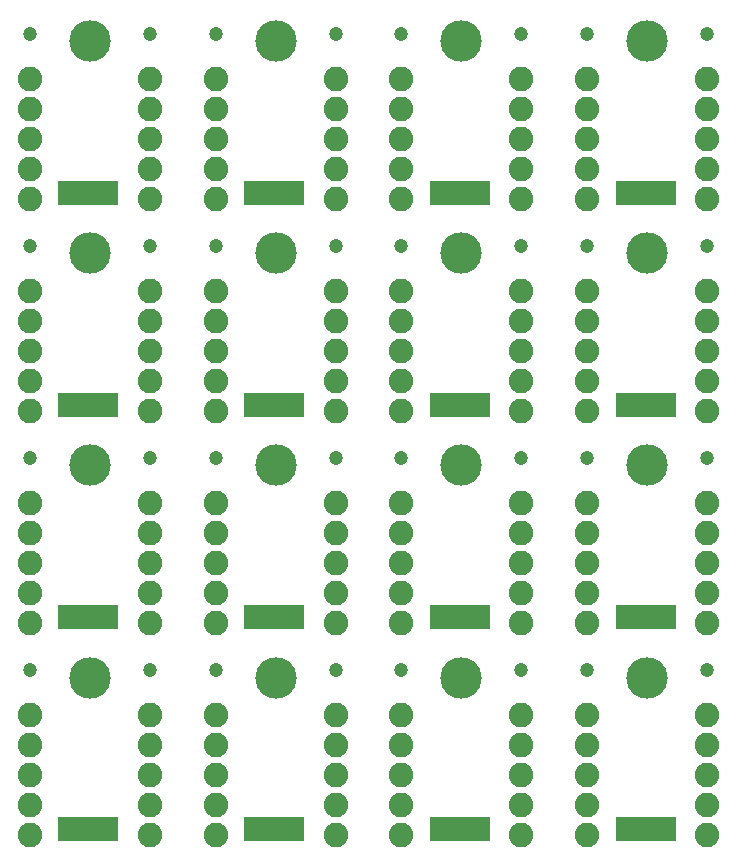
<source format=gbs>
G75*
%MOIN*%
%OFA0B0*%
%FSLAX25Y25*%
%IPPOS*%
%LPD*%
%AMOC8*
5,1,8,0,0,1.08239X$1,22.5*
%
%ADD10R,0.20000X0.08000*%
%ADD11C,0.13800*%
%ADD12C,0.08200*%
%ADD13C,0.04737*%
D10*
X0063250Y0035500D03*
X0125171Y0035500D03*
X0187092Y0035500D03*
X0249014Y0035500D03*
X0249014Y0106201D03*
X0187092Y0106201D03*
X0125171Y0106201D03*
X0063250Y0106201D03*
X0063250Y0176902D03*
X0125171Y0176902D03*
X0187092Y0176902D03*
X0249014Y0176902D03*
X0249014Y0247602D03*
X0187092Y0247602D03*
X0125171Y0247602D03*
X0063250Y0247602D03*
D11*
X0063750Y0227402D03*
X0125671Y0227402D03*
X0187592Y0227402D03*
X0249514Y0227402D03*
X0249514Y0298102D03*
X0187592Y0298102D03*
X0125671Y0298102D03*
X0063750Y0298102D03*
X0063750Y0156701D03*
X0125671Y0156701D03*
X0187592Y0156701D03*
X0249514Y0156701D03*
X0249514Y0086000D03*
X0187592Y0086000D03*
X0125671Y0086000D03*
X0063750Y0086000D03*
D12*
X0043750Y0033500D03*
X0043750Y0043500D03*
X0043750Y0053500D03*
X0043750Y0063500D03*
X0043750Y0073500D03*
X0043750Y0104201D03*
X0043750Y0114201D03*
X0043750Y0124201D03*
X0043750Y0134201D03*
X0043750Y0144201D03*
X0043750Y0174902D03*
X0043750Y0184902D03*
X0043750Y0194902D03*
X0043750Y0204902D03*
X0043750Y0214902D03*
X0043750Y0245602D03*
X0043750Y0255602D03*
X0043750Y0265602D03*
X0043750Y0275602D03*
X0043750Y0285602D03*
X0083750Y0285602D03*
X0083750Y0275602D03*
X0083750Y0265602D03*
X0083750Y0255602D03*
X0083750Y0245602D03*
X0105671Y0245602D03*
X0105671Y0255602D03*
X0105671Y0265602D03*
X0105671Y0275602D03*
X0105671Y0285602D03*
X0145671Y0285602D03*
X0145671Y0275602D03*
X0145671Y0265602D03*
X0145671Y0255602D03*
X0145671Y0245602D03*
X0167592Y0245602D03*
X0167592Y0255602D03*
X0167592Y0265602D03*
X0167592Y0275602D03*
X0167592Y0285602D03*
X0207592Y0285602D03*
X0207592Y0275602D03*
X0207592Y0265602D03*
X0207592Y0255602D03*
X0207592Y0245602D03*
X0229514Y0245602D03*
X0229514Y0255602D03*
X0229514Y0265602D03*
X0229514Y0275602D03*
X0229514Y0285602D03*
X0269514Y0285602D03*
X0269514Y0275602D03*
X0269514Y0265602D03*
X0269514Y0255602D03*
X0269514Y0245602D03*
X0269514Y0214902D03*
X0269514Y0204902D03*
X0269514Y0194902D03*
X0269514Y0184902D03*
X0269514Y0174902D03*
X0269514Y0144201D03*
X0269514Y0134201D03*
X0269514Y0124201D03*
X0269514Y0114201D03*
X0269514Y0104201D03*
X0269514Y0073500D03*
X0269514Y0063500D03*
X0269514Y0053500D03*
X0269514Y0043500D03*
X0269514Y0033500D03*
X0229514Y0033500D03*
X0229514Y0043500D03*
X0229514Y0053500D03*
X0229514Y0063500D03*
X0229514Y0073500D03*
X0207592Y0073500D03*
X0207592Y0063500D03*
X0207592Y0053500D03*
X0207592Y0043500D03*
X0207592Y0033500D03*
X0167592Y0033500D03*
X0167592Y0043500D03*
X0167592Y0053500D03*
X0167592Y0063500D03*
X0167592Y0073500D03*
X0145671Y0073500D03*
X0145671Y0063500D03*
X0145671Y0053500D03*
X0145671Y0043500D03*
X0145671Y0033500D03*
X0105671Y0033500D03*
X0105671Y0043500D03*
X0105671Y0053500D03*
X0105671Y0063500D03*
X0105671Y0073500D03*
X0083750Y0073500D03*
X0083750Y0063500D03*
X0083750Y0053500D03*
X0083750Y0043500D03*
X0083750Y0033500D03*
X0083750Y0104201D03*
X0083750Y0114201D03*
X0083750Y0124201D03*
X0083750Y0134201D03*
X0083750Y0144201D03*
X0105671Y0144201D03*
X0105671Y0134201D03*
X0105671Y0124201D03*
X0105671Y0114201D03*
X0105671Y0104201D03*
X0145671Y0104201D03*
X0145671Y0114201D03*
X0145671Y0124201D03*
X0145671Y0134201D03*
X0145671Y0144201D03*
X0167592Y0144201D03*
X0167592Y0134201D03*
X0167592Y0124201D03*
X0167592Y0114201D03*
X0167592Y0104201D03*
X0207592Y0104201D03*
X0207592Y0114201D03*
X0207592Y0124201D03*
X0207592Y0134201D03*
X0207592Y0144201D03*
X0229514Y0144201D03*
X0229514Y0134201D03*
X0229514Y0124201D03*
X0229514Y0114201D03*
X0229514Y0104201D03*
X0229514Y0174902D03*
X0229514Y0184902D03*
X0229514Y0194902D03*
X0229514Y0204902D03*
X0229514Y0214902D03*
X0207592Y0214902D03*
X0207592Y0204902D03*
X0207592Y0194902D03*
X0207592Y0184902D03*
X0207592Y0174902D03*
X0167592Y0174902D03*
X0167592Y0184902D03*
X0167592Y0194902D03*
X0167592Y0204902D03*
X0167592Y0214902D03*
X0145671Y0214902D03*
X0145671Y0204902D03*
X0145671Y0194902D03*
X0145671Y0184902D03*
X0145671Y0174902D03*
X0105671Y0174902D03*
X0105671Y0184902D03*
X0105671Y0194902D03*
X0105671Y0204902D03*
X0105671Y0214902D03*
X0083750Y0214902D03*
X0083750Y0204902D03*
X0083750Y0194902D03*
X0083750Y0184902D03*
X0083750Y0174902D03*
D13*
X0083750Y0159201D03*
X0105671Y0159201D03*
X0145671Y0159201D03*
X0167592Y0159201D03*
X0207592Y0159201D03*
X0229514Y0159201D03*
X0269514Y0159201D03*
X0269514Y0229902D03*
X0229514Y0229902D03*
X0207592Y0229902D03*
X0167592Y0229902D03*
X0145671Y0229902D03*
X0105671Y0229902D03*
X0083750Y0229902D03*
X0043750Y0229902D03*
X0043750Y0300602D03*
X0083750Y0300602D03*
X0105671Y0300602D03*
X0145671Y0300602D03*
X0167592Y0300602D03*
X0207592Y0300602D03*
X0229514Y0300602D03*
X0269514Y0300602D03*
X0043750Y0159201D03*
X0043750Y0088500D03*
X0083750Y0088500D03*
X0105671Y0088500D03*
X0145671Y0088500D03*
X0167592Y0088500D03*
X0207592Y0088500D03*
X0229514Y0088500D03*
X0269514Y0088500D03*
M02*

</source>
